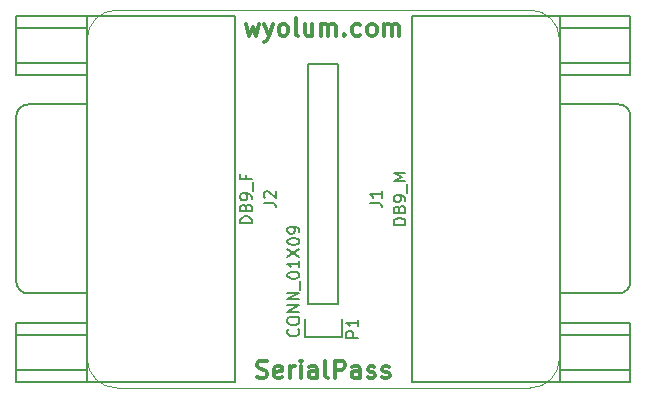
<source format=gto>
G04 #@! TF.FileFunction,Legend,Top*
%FSLAX46Y46*%
G04 Gerber Fmt 4.6, Leading zero omitted, Abs format (unit mm)*
G04 Created by KiCad (PCBNEW 0.201503050816+5478~22~ubuntu14.10.1-product) date Friday 13 March 2015 12:23:03 AM IST*
%MOMM*%
G01*
G04 APERTURE LIST*
%ADD10C,0.100000*%
%ADD11C,0.300000*%
%ADD12C,0.150000*%
%ADD13R,2.200000X1.700000*%
%ADD14O,2.200000X1.700000*%
%ADD15C,4.200000*%
%ADD16R,2.400000X1.400000*%
%ADD17O,2.400000X1.400000*%
G04 APERTURE END LIST*
D10*
X60000000Y-22500000D02*
X60000000Y-49500000D01*
X22500000Y-20000000D02*
X57500000Y-20000000D01*
X20000000Y-49500000D02*
X20000000Y-22500000D01*
X57500000Y-52000000D02*
X22500000Y-52000000D01*
X60000000Y-22500000D02*
G75*
G03X57500000Y-20000000I-2500000J0D01*
G01*
X57500000Y-52000000D02*
G75*
G03X60000000Y-49500000I0J2500000D01*
G01*
X20000000Y-49500000D02*
G75*
G03X22500000Y-52000000I2500000J0D01*
G01*
X22500000Y-20000000D02*
G75*
G03X20000000Y-22500000I0J-2500000D01*
G01*
D11*
X34392857Y-51107143D02*
X34607143Y-51178571D01*
X34964286Y-51178571D01*
X35107143Y-51107143D01*
X35178572Y-51035714D01*
X35250000Y-50892857D01*
X35250000Y-50750000D01*
X35178572Y-50607143D01*
X35107143Y-50535714D01*
X34964286Y-50464286D01*
X34678572Y-50392857D01*
X34535714Y-50321429D01*
X34464286Y-50250000D01*
X34392857Y-50107143D01*
X34392857Y-49964286D01*
X34464286Y-49821429D01*
X34535714Y-49750000D01*
X34678572Y-49678571D01*
X35035714Y-49678571D01*
X35250000Y-49750000D01*
X36464285Y-51107143D02*
X36321428Y-51178571D01*
X36035714Y-51178571D01*
X35892857Y-51107143D01*
X35821428Y-50964286D01*
X35821428Y-50392857D01*
X35892857Y-50250000D01*
X36035714Y-50178571D01*
X36321428Y-50178571D01*
X36464285Y-50250000D01*
X36535714Y-50392857D01*
X36535714Y-50535714D01*
X35821428Y-50678571D01*
X37178571Y-51178571D02*
X37178571Y-50178571D01*
X37178571Y-50464286D02*
X37249999Y-50321429D01*
X37321428Y-50250000D01*
X37464285Y-50178571D01*
X37607142Y-50178571D01*
X38107142Y-51178571D02*
X38107142Y-50178571D01*
X38107142Y-49678571D02*
X38035713Y-49750000D01*
X38107142Y-49821429D01*
X38178570Y-49750000D01*
X38107142Y-49678571D01*
X38107142Y-49821429D01*
X39464285Y-51178571D02*
X39464285Y-50392857D01*
X39392856Y-50250000D01*
X39249999Y-50178571D01*
X38964285Y-50178571D01*
X38821428Y-50250000D01*
X39464285Y-51107143D02*
X39321428Y-51178571D01*
X38964285Y-51178571D01*
X38821428Y-51107143D01*
X38749999Y-50964286D01*
X38749999Y-50821429D01*
X38821428Y-50678571D01*
X38964285Y-50607143D01*
X39321428Y-50607143D01*
X39464285Y-50535714D01*
X40392857Y-51178571D02*
X40249999Y-51107143D01*
X40178571Y-50964286D01*
X40178571Y-49678571D01*
X40964285Y-51178571D02*
X40964285Y-49678571D01*
X41535713Y-49678571D01*
X41678571Y-49750000D01*
X41749999Y-49821429D01*
X41821428Y-49964286D01*
X41821428Y-50178571D01*
X41749999Y-50321429D01*
X41678571Y-50392857D01*
X41535713Y-50464286D01*
X40964285Y-50464286D01*
X43107142Y-51178571D02*
X43107142Y-50392857D01*
X43035713Y-50250000D01*
X42892856Y-50178571D01*
X42607142Y-50178571D01*
X42464285Y-50250000D01*
X43107142Y-51107143D02*
X42964285Y-51178571D01*
X42607142Y-51178571D01*
X42464285Y-51107143D01*
X42392856Y-50964286D01*
X42392856Y-50821429D01*
X42464285Y-50678571D01*
X42607142Y-50607143D01*
X42964285Y-50607143D01*
X43107142Y-50535714D01*
X43749999Y-51107143D02*
X43892856Y-51178571D01*
X44178571Y-51178571D01*
X44321428Y-51107143D01*
X44392856Y-50964286D01*
X44392856Y-50892857D01*
X44321428Y-50750000D01*
X44178571Y-50678571D01*
X43964285Y-50678571D01*
X43821428Y-50607143D01*
X43749999Y-50464286D01*
X43749999Y-50392857D01*
X43821428Y-50250000D01*
X43964285Y-50178571D01*
X44178571Y-50178571D01*
X44321428Y-50250000D01*
X44964285Y-51107143D02*
X45107142Y-51178571D01*
X45392857Y-51178571D01*
X45535714Y-51107143D01*
X45607142Y-50964286D01*
X45607142Y-50892857D01*
X45535714Y-50750000D01*
X45392857Y-50678571D01*
X45178571Y-50678571D01*
X45035714Y-50607143D01*
X44964285Y-50464286D01*
X44964285Y-50392857D01*
X45035714Y-50250000D01*
X45178571Y-50178571D01*
X45392857Y-50178571D01*
X45535714Y-50250000D01*
X33428572Y-21178571D02*
X33714286Y-22178571D01*
X34000000Y-21464286D01*
X34285715Y-22178571D01*
X34571429Y-21178571D01*
X35000001Y-21178571D02*
X35357144Y-22178571D01*
X35714286Y-21178571D02*
X35357144Y-22178571D01*
X35214286Y-22535714D01*
X35142858Y-22607143D01*
X35000001Y-22678571D01*
X36500001Y-22178571D02*
X36357143Y-22107143D01*
X36285715Y-22035714D01*
X36214286Y-21892857D01*
X36214286Y-21464286D01*
X36285715Y-21321429D01*
X36357143Y-21250000D01*
X36500001Y-21178571D01*
X36714286Y-21178571D01*
X36857143Y-21250000D01*
X36928572Y-21321429D01*
X37000001Y-21464286D01*
X37000001Y-21892857D01*
X36928572Y-22035714D01*
X36857143Y-22107143D01*
X36714286Y-22178571D01*
X36500001Y-22178571D01*
X37857144Y-22178571D02*
X37714286Y-22107143D01*
X37642858Y-21964286D01*
X37642858Y-20678571D01*
X39071429Y-21178571D02*
X39071429Y-22178571D01*
X38428572Y-21178571D02*
X38428572Y-21964286D01*
X38500000Y-22107143D01*
X38642858Y-22178571D01*
X38857143Y-22178571D01*
X39000000Y-22107143D01*
X39071429Y-22035714D01*
X39785715Y-22178571D02*
X39785715Y-21178571D01*
X39785715Y-21321429D02*
X39857143Y-21250000D01*
X40000001Y-21178571D01*
X40214286Y-21178571D01*
X40357143Y-21250000D01*
X40428572Y-21392857D01*
X40428572Y-22178571D01*
X40428572Y-21392857D02*
X40500001Y-21250000D01*
X40642858Y-21178571D01*
X40857143Y-21178571D01*
X41000001Y-21250000D01*
X41071429Y-21392857D01*
X41071429Y-22178571D01*
X41785715Y-22035714D02*
X41857143Y-22107143D01*
X41785715Y-22178571D01*
X41714286Y-22107143D01*
X41785715Y-22035714D01*
X41785715Y-22178571D01*
X43142858Y-22107143D02*
X43000001Y-22178571D01*
X42714287Y-22178571D01*
X42571429Y-22107143D01*
X42500001Y-22035714D01*
X42428572Y-21892857D01*
X42428572Y-21464286D01*
X42500001Y-21321429D01*
X42571429Y-21250000D01*
X42714287Y-21178571D01*
X43000001Y-21178571D01*
X43142858Y-21250000D01*
X44000001Y-22178571D02*
X43857143Y-22107143D01*
X43785715Y-22035714D01*
X43714286Y-21892857D01*
X43714286Y-21464286D01*
X43785715Y-21321429D01*
X43857143Y-21250000D01*
X44000001Y-21178571D01*
X44214286Y-21178571D01*
X44357143Y-21250000D01*
X44428572Y-21321429D01*
X44500001Y-21464286D01*
X44500001Y-21892857D01*
X44428572Y-22035714D01*
X44357143Y-22107143D01*
X44214286Y-22178571D01*
X44000001Y-22178571D01*
X45142858Y-22178571D02*
X45142858Y-21178571D01*
X45142858Y-21321429D02*
X45214286Y-21250000D01*
X45357144Y-21178571D01*
X45571429Y-21178571D01*
X45714286Y-21250000D01*
X45785715Y-21392857D01*
X45785715Y-22178571D01*
X45785715Y-21392857D02*
X45857144Y-21250000D01*
X46000001Y-21178571D01*
X46214286Y-21178571D01*
X46357144Y-21250000D01*
X46428572Y-21392857D01*
X46428572Y-22178571D01*
D12*
X38730000Y-44890000D02*
X38730000Y-24570000D01*
X38730000Y-24570000D02*
X41270000Y-24570000D01*
X41270000Y-24570000D02*
X41270000Y-44890000D01*
X38450000Y-47710000D02*
X38450000Y-46160000D01*
X38730000Y-44890000D02*
X41270000Y-44890000D01*
X41550000Y-46160000D02*
X41550000Y-47710000D01*
X41550000Y-47710000D02*
X38450000Y-47710000D01*
X14000000Y-29000000D02*
X14000000Y-36000000D01*
X15000000Y-28000000D02*
X20000000Y-28000000D01*
X14000000Y-43000000D02*
X14000000Y-36000000D01*
X15000000Y-44000000D02*
X20000000Y-44000000D01*
X14000000Y-43000000D02*
G75*
G03X15000000Y-44000000I1000000J0D01*
G01*
X15000000Y-28000000D02*
G75*
G03X14000000Y-29000000I0J-1000000D01*
G01*
X20000000Y-24500000D02*
X14000000Y-24500000D01*
X14000000Y-21500000D02*
X20000000Y-21500000D01*
X14000000Y-50500000D02*
X20000000Y-50500000D01*
X14000000Y-47500000D02*
X20000000Y-47500000D01*
X20000000Y-51500000D02*
X14000000Y-51500000D01*
X14000000Y-51500000D02*
X14000000Y-46500000D01*
X14000000Y-46500000D02*
X20000000Y-46500000D01*
X20000000Y-20500000D02*
X14000000Y-20500000D01*
X14000000Y-20500000D02*
X14000000Y-25500000D01*
X14000000Y-25500000D02*
X20000000Y-25500000D01*
X32500000Y-20500000D02*
X32500000Y-36000000D01*
X32500000Y-36000000D02*
X32500000Y-51500000D01*
X32500000Y-51500000D02*
X20000000Y-51500000D01*
X20000000Y-20500000D02*
X32500000Y-20500000D01*
X20000000Y-36000000D02*
X20000000Y-51500000D01*
X20000000Y-36000000D02*
X20000000Y-20500000D01*
X66000000Y-43000000D02*
X66000000Y-36000000D01*
X65000000Y-44000000D02*
X60000000Y-44000000D01*
X66000000Y-29000000D02*
X66000000Y-36000000D01*
X65000000Y-28000000D02*
X60000000Y-28000000D01*
X66000000Y-29000000D02*
G75*
G03X65000000Y-28000000I-1000000J0D01*
G01*
X65000000Y-44000000D02*
G75*
G03X66000000Y-43000000I0J1000000D01*
G01*
X60000000Y-47500000D02*
X66000000Y-47500000D01*
X66000000Y-50500000D02*
X60000000Y-50500000D01*
X66000000Y-21500000D02*
X60000000Y-21500000D01*
X66000000Y-24500000D02*
X60000000Y-24500000D01*
X60000000Y-20500000D02*
X66000000Y-20500000D01*
X66000000Y-20500000D02*
X66000000Y-25500000D01*
X66000000Y-25500000D02*
X60000000Y-25500000D01*
X60000000Y-51500000D02*
X66000000Y-51500000D01*
X66000000Y-51500000D02*
X66000000Y-46500000D01*
X66000000Y-46500000D02*
X60000000Y-46500000D01*
X47500000Y-51500000D02*
X47500000Y-36000000D01*
X47500000Y-36000000D02*
X47500000Y-20500000D01*
X47500000Y-20500000D02*
X60000000Y-20500000D01*
X60000000Y-51500000D02*
X47500000Y-51500000D01*
X60000000Y-36000000D02*
X60000000Y-20500000D01*
X60000000Y-36000000D02*
X60000000Y-51500000D01*
X42952381Y-47738095D02*
X41952381Y-47738095D01*
X41952381Y-47357142D01*
X42000000Y-47261904D01*
X42047619Y-47214285D01*
X42142857Y-47166666D01*
X42285714Y-47166666D01*
X42380952Y-47214285D01*
X42428571Y-47261904D01*
X42476190Y-47357142D01*
X42476190Y-47738095D01*
X42952381Y-46214285D02*
X42952381Y-46785714D01*
X42952381Y-46500000D02*
X41952381Y-46500000D01*
X42095238Y-46595238D01*
X42190476Y-46690476D01*
X42238095Y-46785714D01*
X37857143Y-47023809D02*
X37904762Y-47071428D01*
X37952381Y-47214285D01*
X37952381Y-47309523D01*
X37904762Y-47452381D01*
X37809524Y-47547619D01*
X37714286Y-47595238D01*
X37523810Y-47642857D01*
X37380952Y-47642857D01*
X37190476Y-47595238D01*
X37095238Y-47547619D01*
X37000000Y-47452381D01*
X36952381Y-47309523D01*
X36952381Y-47214285D01*
X37000000Y-47071428D01*
X37047619Y-47023809D01*
X36952381Y-46404762D02*
X36952381Y-46214285D01*
X37000000Y-46119047D01*
X37095238Y-46023809D01*
X37285714Y-45976190D01*
X37619048Y-45976190D01*
X37809524Y-46023809D01*
X37904762Y-46119047D01*
X37952381Y-46214285D01*
X37952381Y-46404762D01*
X37904762Y-46500000D01*
X37809524Y-46595238D01*
X37619048Y-46642857D01*
X37285714Y-46642857D01*
X37095238Y-46595238D01*
X37000000Y-46500000D01*
X36952381Y-46404762D01*
X37952381Y-45547619D02*
X36952381Y-45547619D01*
X37952381Y-44976190D01*
X36952381Y-44976190D01*
X37952381Y-44500000D02*
X36952381Y-44500000D01*
X37952381Y-43928571D01*
X36952381Y-43928571D01*
X38047619Y-43690476D02*
X38047619Y-42928571D01*
X36952381Y-42500000D02*
X36952381Y-42404761D01*
X37000000Y-42309523D01*
X37047619Y-42261904D01*
X37142857Y-42214285D01*
X37333333Y-42166666D01*
X37571429Y-42166666D01*
X37761905Y-42214285D01*
X37857143Y-42261904D01*
X37904762Y-42309523D01*
X37952381Y-42404761D01*
X37952381Y-42500000D01*
X37904762Y-42595238D01*
X37857143Y-42642857D01*
X37761905Y-42690476D01*
X37571429Y-42738095D01*
X37333333Y-42738095D01*
X37142857Y-42690476D01*
X37047619Y-42642857D01*
X37000000Y-42595238D01*
X36952381Y-42500000D01*
X37952381Y-41214285D02*
X37952381Y-41785714D01*
X37952381Y-41500000D02*
X36952381Y-41500000D01*
X37095238Y-41595238D01*
X37190476Y-41690476D01*
X37238095Y-41785714D01*
X36952381Y-40880952D02*
X37952381Y-40214285D01*
X36952381Y-40214285D02*
X37952381Y-40880952D01*
X36952381Y-39642857D02*
X36952381Y-39547618D01*
X37000000Y-39452380D01*
X37047619Y-39404761D01*
X37142857Y-39357142D01*
X37333333Y-39309523D01*
X37571429Y-39309523D01*
X37761905Y-39357142D01*
X37857143Y-39404761D01*
X37904762Y-39452380D01*
X37952381Y-39547618D01*
X37952381Y-39642857D01*
X37904762Y-39738095D01*
X37857143Y-39785714D01*
X37761905Y-39833333D01*
X37571429Y-39880952D01*
X37333333Y-39880952D01*
X37142857Y-39833333D01*
X37047619Y-39785714D01*
X37000000Y-39738095D01*
X36952381Y-39642857D01*
X37952381Y-38833333D02*
X37952381Y-38642857D01*
X37904762Y-38547618D01*
X37857143Y-38499999D01*
X37714286Y-38404761D01*
X37523810Y-38357142D01*
X37142857Y-38357142D01*
X37047619Y-38404761D01*
X37000000Y-38452380D01*
X36952381Y-38547618D01*
X36952381Y-38738095D01*
X37000000Y-38833333D01*
X37047619Y-38880952D01*
X37142857Y-38928571D01*
X37380952Y-38928571D01*
X37476190Y-38880952D01*
X37523810Y-38833333D01*
X37571429Y-38738095D01*
X37571429Y-38547618D01*
X37523810Y-38452380D01*
X37476190Y-38404761D01*
X37380952Y-38357142D01*
X34952381Y-36333333D02*
X35666667Y-36333333D01*
X35809524Y-36380953D01*
X35904762Y-36476191D01*
X35952381Y-36619048D01*
X35952381Y-36714286D01*
X35047619Y-35904762D02*
X35000000Y-35857143D01*
X34952381Y-35761905D01*
X34952381Y-35523809D01*
X35000000Y-35428571D01*
X35047619Y-35380952D01*
X35142857Y-35333333D01*
X35238095Y-35333333D01*
X35380952Y-35380952D01*
X35952381Y-35952381D01*
X35952381Y-35333333D01*
X33952381Y-38047619D02*
X32952381Y-38047619D01*
X32952381Y-37809524D01*
X33000000Y-37666666D01*
X33095238Y-37571428D01*
X33190476Y-37523809D01*
X33380952Y-37476190D01*
X33523810Y-37476190D01*
X33714286Y-37523809D01*
X33809524Y-37571428D01*
X33904762Y-37666666D01*
X33952381Y-37809524D01*
X33952381Y-38047619D01*
X33428571Y-36714285D02*
X33476190Y-36571428D01*
X33523810Y-36523809D01*
X33619048Y-36476190D01*
X33761905Y-36476190D01*
X33857143Y-36523809D01*
X33904762Y-36571428D01*
X33952381Y-36666666D01*
X33952381Y-37047619D01*
X32952381Y-37047619D01*
X32952381Y-36714285D01*
X33000000Y-36619047D01*
X33047619Y-36571428D01*
X33142857Y-36523809D01*
X33238095Y-36523809D01*
X33333333Y-36571428D01*
X33380952Y-36619047D01*
X33428571Y-36714285D01*
X33428571Y-37047619D01*
X33952381Y-36000000D02*
X33952381Y-35809524D01*
X33904762Y-35714285D01*
X33857143Y-35666666D01*
X33714286Y-35571428D01*
X33523810Y-35523809D01*
X33142857Y-35523809D01*
X33047619Y-35571428D01*
X33000000Y-35619047D01*
X32952381Y-35714285D01*
X32952381Y-35904762D01*
X33000000Y-36000000D01*
X33047619Y-36047619D01*
X33142857Y-36095238D01*
X33380952Y-36095238D01*
X33476190Y-36047619D01*
X33523810Y-36000000D01*
X33571429Y-35904762D01*
X33571429Y-35714285D01*
X33523810Y-35619047D01*
X33476190Y-35571428D01*
X33380952Y-35523809D01*
X34047619Y-35333333D02*
X34047619Y-34571428D01*
X33428571Y-33999999D02*
X33428571Y-34333333D01*
X33952381Y-34333333D02*
X32952381Y-34333333D01*
X32952381Y-33857142D01*
X43952381Y-36333333D02*
X44666667Y-36333333D01*
X44809524Y-36380953D01*
X44904762Y-36476191D01*
X44952381Y-36619048D01*
X44952381Y-36714286D01*
X44952381Y-35333333D02*
X44952381Y-35904762D01*
X44952381Y-35619048D02*
X43952381Y-35619048D01*
X44095238Y-35714286D01*
X44190476Y-35809524D01*
X44238095Y-35904762D01*
X46952381Y-38190476D02*
X45952381Y-38190476D01*
X45952381Y-37952381D01*
X46000000Y-37809523D01*
X46095238Y-37714285D01*
X46190476Y-37666666D01*
X46380952Y-37619047D01*
X46523810Y-37619047D01*
X46714286Y-37666666D01*
X46809524Y-37714285D01*
X46904762Y-37809523D01*
X46952381Y-37952381D01*
X46952381Y-38190476D01*
X46428571Y-36857142D02*
X46476190Y-36714285D01*
X46523810Y-36666666D01*
X46619048Y-36619047D01*
X46761905Y-36619047D01*
X46857143Y-36666666D01*
X46904762Y-36714285D01*
X46952381Y-36809523D01*
X46952381Y-37190476D01*
X45952381Y-37190476D01*
X45952381Y-36857142D01*
X46000000Y-36761904D01*
X46047619Y-36714285D01*
X46142857Y-36666666D01*
X46238095Y-36666666D01*
X46333333Y-36714285D01*
X46380952Y-36761904D01*
X46428571Y-36857142D01*
X46428571Y-37190476D01*
X46952381Y-36142857D02*
X46952381Y-35952381D01*
X46904762Y-35857142D01*
X46857143Y-35809523D01*
X46714286Y-35714285D01*
X46523810Y-35666666D01*
X46142857Y-35666666D01*
X46047619Y-35714285D01*
X46000000Y-35761904D01*
X45952381Y-35857142D01*
X45952381Y-36047619D01*
X46000000Y-36142857D01*
X46047619Y-36190476D01*
X46142857Y-36238095D01*
X46380952Y-36238095D01*
X46476190Y-36190476D01*
X46523810Y-36142857D01*
X46571429Y-36047619D01*
X46571429Y-35857142D01*
X46523810Y-35761904D01*
X46476190Y-35714285D01*
X46380952Y-35666666D01*
X47047619Y-35476190D02*
X47047619Y-34714285D01*
X46952381Y-34476190D02*
X45952381Y-34476190D01*
X46666667Y-34142856D01*
X45952381Y-33809523D01*
X46952381Y-33809523D01*
%LPC*%
D13*
X40000000Y-46160000D03*
D14*
X40000000Y-43620000D03*
X40000000Y-41080000D03*
X40000000Y-38540000D03*
X40000000Y-36000000D03*
X40000000Y-33460000D03*
X40000000Y-30920000D03*
X40000000Y-28380000D03*
X40000000Y-25840000D03*
D15*
X29580000Y-48500000D03*
X29580000Y-23500000D03*
D16*
X31000000Y-41540000D03*
D17*
X31000000Y-38770000D03*
X31000000Y-36000000D03*
X31000000Y-33230000D03*
X31000000Y-30460000D03*
X28160000Y-31845000D03*
X28160000Y-34615000D03*
X28160000Y-37385000D03*
X28160000Y-40155000D03*
D15*
X50420000Y-23500000D03*
X50420000Y-48500000D03*
D17*
X49000000Y-30460000D03*
X49000000Y-33230000D03*
X49000000Y-36000000D03*
X49000000Y-38770000D03*
D16*
X49000000Y-41540000D03*
D17*
X51840000Y-40155000D03*
X51840000Y-37385000D03*
X51840000Y-34615000D03*
X51840000Y-31845000D03*
M02*

</source>
